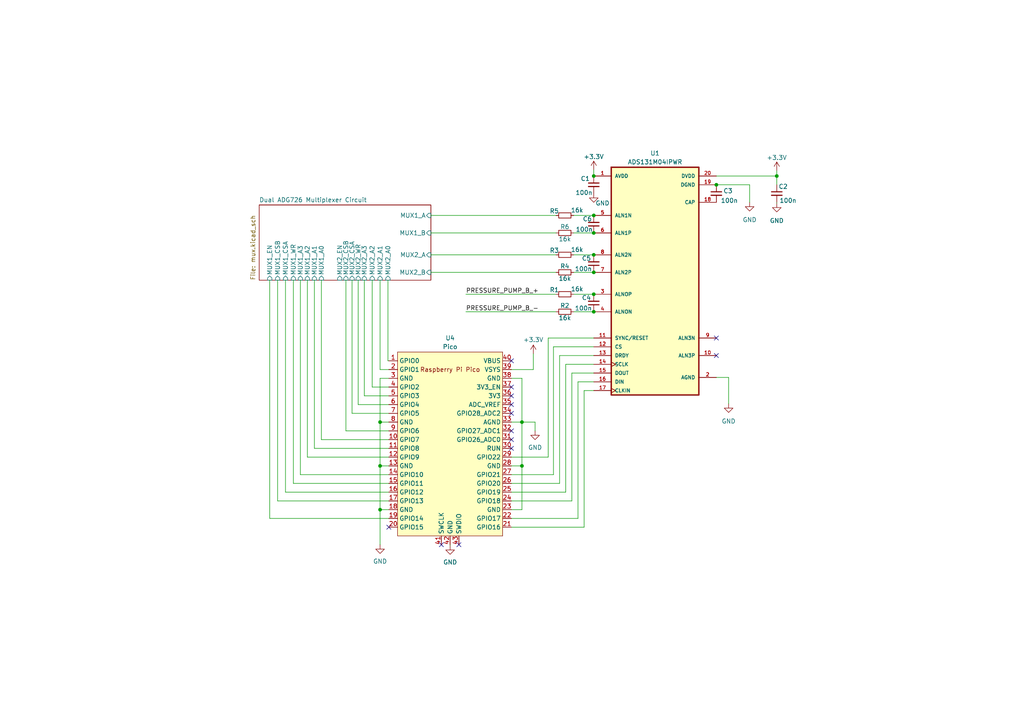
<source format=kicad_sch>
(kicad_sch (version 20230121) (generator eeschema)
  (paper "A4")
  (title_block (title "Zbiornik Ciśnieniowy PKM") (company "Mateusz Klisiewicz"))
  (lib_symbols
    (symbol "ADS131M04IPWR:ADS131M04IPWR" (pin_names (offset 1.016))
      (property "Reference" "U1" (at 0 37.084 0))
      (property "Value" "ADS131M04IPWR" (at 0 34.544 0))
      (symbol "ADS131M04IPWR_0_0"
        (rectangle (start -12.7 33.02) (end 12.7 -33.02) (stroke (width 0.41)) (fill (type background)))
        (pin power_in line (at -17.78 30.48 0) (length 5.08) (name "AVDD") (number "1"))
        (pin bidirectional line (at 17.78 -21.59 180) (length 5.08) (name "ALN3P") (number "10"))
        (pin bidirectional line (at -17.78 -16.51 0) (length 5.08) (name "SYNC/RESET") (number "11"))
        (pin bidirectional line (at -17.78 -19.05 0) (length 5.08) (name "CS") (number "12"))
        (pin bidirectional line (at -17.78 -21.59 0) (length 5.08) (name "DRDY") (number "13"))
        (pin input clock (at -17.78 -24.13 0) (length 5.08) (name "SCLK") (number "14"))
        (pin output line (at -17.78 -26.67 0) (length 5.08) (name "DOUT") (number "15"))
        (pin input line (at -17.78 -29.21 0) (length 5.08) (name "DIN") (number "16"))
        (pin input clock (at -17.78 -31.75 0) (length 5.08) (name "CLKIN") (number "17"))
        (pin bidirectional line (at 17.78 22.86 180) (length 5.08) (name "CAP") (number "18"))
        (pin power_in line (at 17.78 27.94 180) (length 5.08) (name "DGND") (number "19"))
        (pin power_in line (at 17.78 -27.94 180) (length 5.08) (name "AGND") (number "2"))
        (pin power_in line (at 17.78 30.48 180) (length 5.08) (name "DVDD") (number "20"))
        (pin bidirectional line (at -17.78 -3.81 0) (length 5.08) (name "ALNOP") (number "3"))
        (pin bidirectional line (at -17.78 -8.89 0) (length 5.08) (name "ALNON") (number "4"))
        (pin bidirectional line (at -17.78 19.05 0) (length 5.08) (name "ALN1N") (number "5"))
        (pin bidirectional line (at -17.78 13.97 0) (length 5.08) (name "ALN1P") (number "6"))
        (pin bidirectional line (at -17.78 2.54 0) (length 5.08) (name "ALN2P") (number "7"))
        (pin bidirectional line (at -17.78 7.62 0) (length 5.08) (name "ALN2N") (number "8"))
        (pin bidirectional line (at 17.78 -16.51 180) (length 5.08) (name "ALN3N") (number "9"))
      )
    )
    (symbol "Device:C_Small" (pin_numbers hide) (pin_names (offset 0.254) hide)
      (property "Reference" "C" (at 0.254 1.778 0))
      (property "Value" "C_Small" (at 0.254 -2.032 0))
      (symbol "C_Small_0_1"
        (polyline (pts (xy -1.524 -0.508) (xy 1.524 -0.508)) (stroke (width 0.3302)))
        (polyline (pts (xy -1.524 0.508) (xy 1.524 0.508)) (stroke (width 0.3048)))
      )
      (symbol "C_Small_1_1"
        (pin passive line (at 0 2.54 270) (length 2.032) (name "~") (number "1"))
        (pin passive line (at 0 -2.54 90) (length 2.032) (name "~") (number "2"))
      )
    )
    (symbol "Device:R_Small" (pin_numbers hide) (pin_names (offset 0.254) hide)
      (property "Reference" "R" (at 0.762 0.508 0))
      (property "Value" "R_Small" (at 0.762 -1.016 0))
      (symbol "R_Small_0_1"
        (rectangle (start -0.762 1.778) (end 0.762 -1.778) (stroke (width 0.2032)))
      )
      (symbol "R_Small_1_1"
        (pin passive line (at 0 2.54 270) (length 0.762) (name "~") (number "1"))
        (pin passive line (at 0 -2.54 90) (length 0.762) (name "~") (number "2"))
      )
    )
    (symbol "MCU_RaspberryPi_and_Boards:Pico"
      (property "Reference" "U" (at -13.97 27.94 0))
      (property "Value" "Pico" (at 0 19.05 0))
      (symbol "Pico_0_0"
        (text "Raspberry Pi Pico" (at 0 21.59 0) (effects (font (size 1.27 1.27))))
      )
      (symbol "Pico_0_1"
        (rectangle (start -15.24 26.67) (end 15.24 -26.67) (fill (type background)))
      )
      (symbol "Pico_1_1"
        (pin bidirectional line (at -17.78 24.13 0) (length 2.54) (name "GPIO0") (number "1"))
        (pin bidirectional line (at -17.78 1.27 0) (length 2.54) (name "GPIO7") (number "10"))
        (pin bidirectional line (at -17.78 -1.27 0) (length 2.54) (name "GPIO8") (number "11"))
        (pin bidirectional line (at -17.78 -3.81 0) (length 2.54) (name "GPIO9") (number "12"))
        (pin power_in line (at -17.78 -6.35 0) (length 2.54) (name "GND") (number "13"))
        (pin bidirectional line (at -17.78 -8.89 0) (length 2.54) (name "GPIO10") (number "14"))
        (pin bidirectional line (at -17.78 -11.43 0) (length 2.54) (name "GPIO11") (number "15"))
        (pin bidirectional line (at -17.78 -13.97 0) (length 2.54) (name "GPIO12") (number "16"))
        (pin bidirectional line (at -17.78 -16.51 0) (length 2.54) (name "GPIO13") (number "17"))
        (pin power_in line (at -17.78 -19.05 0) (length 2.54) (name "GND") (number "18"))
        (pin bidirectional line (at -17.78 -21.59 0) (length 2.54) (name "GPIO14") (number "19"))
        (pin bidirectional line (at -17.78 21.59 0) (length 2.54) (name "GPIO1") (number "2"))
        (pin bidirectional line (at -17.78 -24.13 0) (length 2.54) (name "GPIO15") (number "20"))
        (pin bidirectional line (at 17.78 -24.13 180) (length 2.54) (name "GPIO16") (number "21"))
        (pin bidirectional line (at 17.78 -21.59 180) (length 2.54) (name "GPIO17") (number "22"))
        (pin power_in line (at 17.78 -19.05 180) (length 2.54) (name "GND") (number "23"))
        (pin bidirectional line (at 17.78 -16.51 180) (length 2.54) (name "GPIO18") (number "24"))
        (pin bidirectional line (at 17.78 -13.97 180) (length 2.54) (name "GPIO19") (number "25"))
        (pin bidirectional line (at 17.78 -11.43 180) (length 2.54) (name "GPIO20") (number "26"))
        (pin bidirectional line (at 17.78 -8.89 180) (length 2.54) (name "GPIO21") (number "27"))
        (pin power_in line (at 17.78 -6.35 180) (length 2.54) (name "GND") (number "28"))
        (pin bidirectional line (at 17.78 -3.81 180) (length 2.54) (name "GPIO22") (number "29"))
        (pin power_in line (at -17.78 19.05 0) (length 2.54) (name "GND") (number "3"))
        (pin input line (at 17.78 -1.27 180) (length 2.54) (name "RUN") (number "30"))
        (pin bidirectional line (at 17.78 1.27 180) (length 2.54) (name "GPIO26_ADC0") (number "31"))
        (pin bidirectional line (at 17.78 3.81 180) (length 2.54) (name "GPIO27_ADC1") (number "32"))
        (pin power_in line (at 17.78 6.35 180) (length 2.54) (name "AGND") (number "33"))
        (pin bidirectional line (at 17.78 8.89 180) (length 2.54) (name "GPIO28_ADC2") (number "34"))
        (pin power_in line (at 17.78 11.43 180) (length 2.54) (name "ADC_VREF") (number "35"))
        (pin power_in line (at 17.78 13.97 180) (length 2.54) (name "3V3") (number "36"))
        (pin input line (at 17.78 16.51 180) (length 2.54) (name "3V3_EN") (number "37"))
        (pin bidirectional line (at 17.78 19.05 180) (length 2.54) (name "GND") (number "38"))
        (pin power_in line (at 17.78 21.59 180) (length 2.54) (name "VSYS") (number "39"))
        (pin bidirectional line (at -17.78 16.51 0) (length 2.54) (name "GPIO2") (number "4"))
        (pin power_in line (at 17.78 24.13 180) (length 2.54) (name "VBUS") (number "40"))
        (pin input line (at -2.54 -29.21 90) (length 2.54) (name "SWCLK") (number "41"))
        (pin power_in line (at 0 -29.21 90) (length 2.54) (name "GND") (number "42"))
        (pin bidirectional line (at 2.54 -29.21 90) (length 2.54) (name "SWDIO") (number "43"))
        (pin bidirectional line (at -17.78 13.97 0) (length 2.54) (name "GPIO3") (number "5"))
        (pin bidirectional line (at -17.78 11.43 0) (length 2.54) (name "GPIO4") (number "6"))
        (pin bidirectional line (at -17.78 8.89 0) (length 2.54) (name "GPIO5") (number "7"))
        (pin power_in line (at -17.78 6.35 0) (length 2.54) (name "GND") (number "8"))
        (pin bidirectional line (at -17.78 3.81 0) (length 2.54) (name "GPIO6") (number "9"))
      )
    )
    (symbol "power:+3.3V" (power) (pin_names (offset 0))
      (property "Value" "+3.3V" (at 0 3.556 0))
      (symbol "+3.3V_0_1"
        (polyline (pts (xy -0.762 1.27) (xy 0 2.54)))
        (polyline (pts (xy 0 0) (xy 0 2.54)))
        (polyline (pts (xy 0 2.54) (xy 0.762 1.27)))
      )
      (symbol "+3.3V_1_1"
        (pin power_in line (at 0 0 90) (length 0) hide (name "+3.3V") (number "1"))
      )
    )
    (symbol "power:GND" (power) (pin_names (offset 0))
      (property "Value" "GND" (at 0 -3.81 0))
      (symbol "GND_0_1"
        (polyline (pts (xy 0 0) (xy 0 -1.27) (xy 1.27 -1.27) (xy 0 -2.54) (xy -1.27 -1.27) (xy 0 -1.27)))
      )
      (symbol "GND_1_1"
        (pin power_in line (at 0 0 270) (length 0) hide (name "GND") (number "1"))
      )
    )
  )
  (junction (at 110.236 122.428))
  (junction (at 151.384 135.128))
  (junction (at 172.212 78.994))
  (junction (at 151.384 122.428))
  (junction (at 172.212 62.484))
  (junction (at 207.772 53.594))
  (junction (at 172.212 85.344))
  (junction (at 225.298 51.054))
  (junction (at 172.212 51.054))
  (junction (at 172.212 73.914))
  (junction (at 172.212 67.564))
  (junction (at 110.236 147.828))
  (junction (at 110.236 135.128))
  (junction (at 172.212 90.424))
  (no_connect (at 148.336 112.268))
  (no_connect (at 148.336 124.968))
  (no_connect (at 148.336 117.348))
  (no_connect (at 112.776 152.908))
  (no_connect (at 207.772 98.044))
  (no_connect (at 207.772 103.124))
  (no_connect (at 133.096 157.988))
  (no_connect (at 148.336 119.888))
  (no_connect (at 148.336 130.048))
  (no_connect (at 148.336 114.808))
  (no_connect (at 148.336 127.508))
  (no_connect (at 128.016 157.988))
  (no_connect (at 148.336 104.648))
  (wire (pts (xy 110.236 135.128) (xy 110.236 147.828)))
  (wire (pts (xy 110.236 122.428) (xy 112.776 122.428)))
  (wire (pts (xy 172.212 103.124) (xy 162.306 103.124)))
  (wire (pts (xy 105.664 81.28) (xy 105.664 114.808)))
  (wire (pts (xy 154.686 107.188) (xy 148.336 107.188)))
  (wire (pts (xy 102.108 119.888) (xy 112.776 119.888)))
  (wire (pts (xy 172.212 105.664) (xy 164.084 105.664)))
  (wire (pts (xy 166.37 78.994) (xy 172.212 78.994)))
  (wire (pts (xy 166.37 73.914) (xy 172.212 73.914)))
  (wire (pts (xy 207.772 51.054) (xy 225.298 51.054)))
  (wire (pts (xy 110.236 109.728) (xy 110.236 122.428)))
  (wire (pts (xy 103.886 81.28) (xy 103.886 117.348)))
  (wire (pts (xy 225.298 49.53) (xy 225.298 51.054)))
  (wire (pts (xy 167.64 110.744) (xy 167.64 150.368)))
  (wire (pts (xy 160.528 100.584) (xy 160.528 137.668)))
  (wire (pts (xy 135.128 85.344) (xy 161.29 85.344)))
  (wire (pts (xy 166.37 62.484) (xy 172.212 62.484)))
  (wire (pts (xy 102.108 81.28) (xy 102.108 119.888)))
  (wire (pts (xy 148.336 135.128) (xy 151.384 135.128)))
  (wire (pts (xy 159.004 132.588) (xy 159.004 98.044)))
  (wire (pts (xy 225.298 53.594) (xy 225.298 51.054)))
  (wire (pts (xy 167.64 150.368) (xy 148.336 150.368)))
  (wire (pts (xy 110.236 157.988) (xy 110.236 147.828)))
  (wire (pts (xy 93.218 127.508) (xy 112.776 127.508)))
  (wire (pts (xy 110.236 122.428) (xy 110.236 135.128)))
  (wire (pts (xy 124.968 67.564) (xy 161.29 67.564)))
  (wire (pts (xy 151.384 109.728) (xy 151.384 122.428)))
  (wire (pts (xy 124.968 62.484) (xy 161.29 62.484)))
  (wire (pts (xy 151.384 122.428) (xy 151.384 135.128)))
  (wire (pts (xy 89.154 81.28) (xy 89.154 132.588)))
  (wire (pts (xy 82.804 81.28) (xy 82.804 142.748)))
  (wire (pts (xy 87.122 81.28) (xy 87.122 137.668)))
  (wire (pts (xy 151.384 147.828) (xy 148.336 147.828)))
  (wire (pts (xy 169.418 113.284) (xy 169.418 152.908)))
  (wire (pts (xy 89.154 132.588) (xy 112.776 132.588)))
  (wire (pts (xy 93.218 81.28) (xy 93.218 127.508)))
  (wire (pts (xy 211.328 109.474) (xy 207.772 109.474)))
  (wire (pts (xy 166.37 67.564) (xy 172.212 67.564)))
  (wire (pts (xy 148.336 137.668) (xy 160.528 137.668)))
  (wire (pts (xy 80.518 81.28) (xy 80.518 145.288)))
  (wire (pts (xy 91.186 130.048) (xy 112.776 130.048)))
  (wire (pts (xy 85.09 140.208) (xy 112.776 140.208)))
  (wire (pts (xy 172.212 100.584) (xy 160.528 100.584)))
  (wire (pts (xy 78.232 81.28) (xy 78.232 150.368)))
  (wire (pts (xy 162.306 103.124) (xy 162.306 140.208)))
  (wire (pts (xy 162.306 140.208) (xy 148.336 140.208)))
  (wire (pts (xy 91.186 81.28) (xy 91.186 130.048)))
  (wire (pts (xy 166.37 85.344) (xy 172.212 85.344)))
  (wire (pts (xy 85.09 81.28) (xy 85.09 140.208)))
  (wire (pts (xy 112.776 135.128) (xy 110.236 135.128)))
  (wire (pts (xy 105.664 114.808) (xy 112.776 114.808)))
  (wire (pts (xy 148.336 122.428) (xy 151.384 122.428)))
  (wire (pts (xy 172.212 110.744) (xy 167.64 110.744)))
  (wire (pts (xy 151.384 122.428) (xy 155.194 122.428)))
  (wire (pts (xy 207.772 53.594) (xy 217.424 53.594)))
  (wire (pts (xy 164.084 142.748) (xy 148.336 142.748)))
  (wire (pts (xy 165.862 108.204) (xy 165.862 145.288)))
  (wire (pts (xy 148.336 145.288) (xy 165.862 145.288)))
  (wire (pts (xy 211.328 117.094) (xy 211.328 109.474)))
  (wire (pts (xy 154.686 102.616) (xy 154.686 107.188)))
  (wire (pts (xy 103.886 117.348) (xy 112.776 117.348)))
  (wire (pts (xy 155.194 122.428) (xy 155.194 124.968)))
  (wire (pts (xy 100.33 124.968) (xy 112.776 124.968)))
  (wire (pts (xy 112.776 147.828) (xy 110.236 147.828)))
  (wire (pts (xy 110.236 81.28) (xy 110.236 107.188)))
  (wire (pts (xy 78.232 150.368) (xy 112.776 150.368)))
  (wire (pts (xy 172.212 108.204) (xy 165.862 108.204)))
  (wire (pts (xy 159.004 98.044) (xy 172.212 98.044)))
  (wire (pts (xy 135.128 90.424) (xy 161.29 90.424)))
  (wire (pts (xy 169.418 152.908) (xy 148.336 152.908)))
  (wire (pts (xy 124.968 73.914) (xy 161.29 73.914)))
  (wire (pts (xy 110.236 109.728) (xy 112.776 109.728)))
  (wire (pts (xy 124.968 78.994) (xy 161.29 78.994)))
  (wire (pts (xy 82.804 142.748) (xy 112.776 142.748)))
  (wire (pts (xy 80.518 145.288) (xy 112.776 145.288)))
  (wire (pts (xy 172.212 49.276) (xy 172.212 51.054)))
  (wire (pts (xy 110.236 107.188) (xy 112.776 107.188)))
  (wire (pts (xy 151.384 135.128) (xy 151.384 147.828)))
  (wire (pts (xy 100.33 81.28) (xy 100.33 124.968)))
  (wire (pts (xy 217.424 58.674) (xy 217.424 53.594)))
  (wire (pts (xy 107.95 81.28) (xy 107.95 112.268)))
  (wire (pts (xy 107.95 112.268) (xy 112.776 112.268)))
  (wire (pts (xy 148.336 109.728) (xy 151.384 109.728)))
  (wire (pts (xy 166.37 90.424) (xy 172.212 90.424)))
  (wire (pts (xy 112.522 104.648) (xy 112.776 104.648)))
  (wire (pts (xy 112.522 81.28) (xy 112.522 104.648)))
  (wire (pts (xy 130.556 158.242) (xy 130.556 157.988)))
  (wire (pts (xy 87.122 137.668) (xy 112.776 137.668)))
  (wire (pts (xy 164.084 105.664) (xy 164.084 142.748)))
  (wire (pts (xy 172.212 113.284) (xy 169.418 113.284)))
  (wire (pts (xy 225.298 58.674) (xy 225.298 58.928)))
  (wire (pts (xy 148.336 132.588) (xy 159.004 132.588)))
  (label "PRESSURE_PUMP_B_-" (at 135.128 90.424 0))
  (label "PRESSURE_PUMP_B_+" (at 135.128 85.344 0))
  (symbol (lib_id "Device:R_Small") (at 163.83 73.914 90) (unit 1)
    (property "Reference" "R3" (at 160.782 72.644 90))
    (property "Value" "16k" (at 167.386 72.39 90))
  )
  (symbol (lib_id "power:+3.3V") (at 225.298 49.53 0) (unit 1)
    (property "Reference" "#PWR03" (effects hide))
    (property "Value" "+3.3V" (at 225.298 45.72 0))
  )
  (symbol (lib_id "MCU_RaspberryPi_and_Boards:Pico") (at 130.556 128.778 0) (unit 1)
    (property "Reference" "U4" (at 130.556 98.044 0))
    (property "Value" "Pico" (at 130.556 100.584 0))
    (property "Footprint" "RPi_Pico:RPi_Pico_SMD_TH" (effects hide))
  )
  (symbol (lib_id "power:+3.3V") (at 172.212 49.276 0) (unit 1)
    (property "Reference" "#PWR04" (effects hide))
    (property "Value" "+3.3V" (at 172.212 45.466 0))
  )
  (symbol (lib_id "power:GND") (at 217.424 58.674 0) (unit 1)
    (property "Reference" "#PWR05" (effects hide))
    (property "Value" "GND" (at 217.424 63.754 0))
  )
  (symbol (lib_id "Device:R_Small") (at 163.83 85.344 90) (unit 1)
    (property "Reference" "R1" (at 160.782 84.074 90))
    (property "Value" "16k" (at 167.386 83.82 90))
  )
  (symbol (lib_id "power:GND") (at 211.328 117.094 0) (unit 1)
    (property "Reference" "#PWR06" (effects hide))
    (property "Value" "GND" (at 211.328 122.174 0))
  )
  (symbol (lib_id "Device:R_Small") (at 163.83 67.564 90) (unit 1)
    (property "Reference" "R6" (at 163.83 65.786 90))
    (property "Value" "16k" (at 163.83 69.342 90))
  )
  (symbol (lib_id "power:GND") (at 155.194 124.968 0) (unit 1)
    (property "Reference" "#PWR012" (effects hide))
    (property "Value" "GND" (at 155.194 129.794 0))
  )
  (symbol (lib_id "Device:C_Small") (at 225.298 56.134 0) (unit 1)
    (property "Reference" "C2" (at 225.806 54.102 0) (effects (justify left)))
    (property "Value" "100n" (at 226.06 58.166 0) (effects (justify left)))
  )
  (symbol (lib_id "Device:C_Small") (at 172.212 87.884 180) (unit 1)
    (property "Reference" "C4" (at 171.45 86.36 0) (effects (justify left)))
    (property "Value" "100n" (at 171.704 89.408 0) (effects (justify left)))
  )
  (symbol (lib_id "Device:C_Small") (at 207.772 56.134 0) (unit 1)
    (property "Reference" "C3" (at 209.804 55.372 0) (effects (justify left)))
    (property "Value" "100n" (at 209.042 58.166 0) (effects (justify left)))
  )
  (symbol (lib_id "power:GND") (at 172.212 56.134 0) (unit 1)
    (property "Reference" "#PWR01" (effects hide))
    (property "Value" "GND" (at 174.752 58.928 0))
  )
  (symbol (lib_id "Device:C_Small") (at 172.212 65.024 180) (unit 1)
    (property "Reference" "C6" (at 171.704 63.5 0) (effects (justify left)))
    (property "Value" "100n" (at 171.958 66.548 0) (effects (justify left)))
  )
  (symbol (lib_id "power:GND") (at 130.556 158.242 0) (unit 1)
    (property "Reference" "#PWR014" (effects hide))
    (property "Value" "GND" (at 130.556 163.068 0))
  )
  (symbol (lib_id "Device:C_Small") (at 172.212 53.594 0) (unit 1)
    (property "Reference" "C1" (at 168.402 51.816 0) (effects (justify left)))
    (property "Value" "100n" (at 166.878 55.88 0) (effects (justify left)))
  )
  (symbol (lib_id "Device:R_Small") (at 163.83 90.424 90) (unit 1)
    (property "Reference" "R2" (at 163.83 88.646 90))
    (property "Value" "16k" (at 163.83 92.202 90))
  )
  (symbol (lib_id "power:+3.3V") (at 154.686 102.616 0) (unit 1)
    (property "Reference" "#PWR011" (effects hide))
    (property "Value" "+3.3V" (at 154.686 98.552 0))
  )
  (symbol (lib_id "Device:R_Small") (at 163.83 78.994 90) (unit 1)
    (property "Reference" "R4" (at 163.83 77.216 90))
    (property "Value" "16k" (at 163.83 80.772 90))
  )
  (symbol (lib_id "power:GND") (at 225.298 58.928 0) (unit 1)
    (property "Reference" "#PWR02" (effects hide))
    (property "Value" "GND" (at 225.298 64.008 0))
  )
  (symbol (lib_id "power:GND") (at 110.236 157.988 0) (unit 1)
    (property "Reference" "#PWR013" (effects hide))
    (property "Value" "GND" (at 110.236 162.814 0))
  )
  (symbol (lib_id "ADS131M04IPWR:ADS131M04IPWR") (at 189.992 81.534 0) (unit 1)
    (property "Reference" "U1" (at 189.992 44.45 0))
    (property "Value" "ADS131M04IPWR" (at 189.992 46.99 0))
    (property "Footprint" "ADS131M04IPWR:SOP65P640X120-20N" (effects hide))
    (property "MF" "Texas Instruments" (effects hide))
    (property "Description" "\nFour-channel, 24-bit, 64-kSPS, simultaneous-sampling, delta-sigma ADC\n" (effects hide))
    (property "Package" "TSSOP-20 Texas Instruments" (effects hide))
    (property "Price" "None" (effects hide))
    (property "SnapEDA_Link" "https://www.snapeda.com/parts/ADS131M04IPWR/Texas+Instruments/view-part/?ref=snap" (effects hide))
    (property "MP" "ADS131M04IPWR" (effects hide))
    (property "Purchase-URL" "https://www.snapeda.com/api/url_track_click_mouser/?unipart_id=4593278&manufacturer=Texas Instruments&part_name=ADS131M04IPWR&search_term=None" (effects hide))
    (property "Availability" "In Stock" (effects hide))
    (property "Check_prices" "https://www.snapeda.com/parts/ADS131M04IPWR/Texas+Instruments/view-part/?ref=eda" (effects hide))
  )
  (symbol (lib_id "Device:C_Small") (at 172.212 76.454 180) (unit 1)
    (property "Reference" "C5" (at 171.45 74.93 0) (effects (justify left)))
    (property "Value" "100n" (at 171.704 77.978 0) (effects (justify left)))
  )
  (symbol (lib_id "Device:R_Small") (at 163.83 62.484 90) (unit 1)
    (property "Reference" "R5" (at 160.782 61.214 90))
    (property "Value" "16k" (at 167.386 60.96 90))
  )
  (sheet (at 75.184 59.436) (size 49.784 21.844) (stroke (width 0.1524))
    (property "Sheetname" "Dual ADG726 Multiplexer Circuit" (at 75.184 58.7244 0) (effects (justify left bottom)))
    (property "Sheetfile" "mux.kicad_sch" (at 72.644 81.28 90) (effects (justify left top)))
    (pin "MUX1_B" input (at 124.968 67.564 0))
    (pin "MUX1_A" input (at 124.968 62.484 0))
    (pin "MUX2_A" input (at 124.968 73.914 0))
    (pin "MUX2_B" input (at 124.968 78.994 0))
    (pin "MUX2_CSB" input (at 100.33 81.28 270))
    (pin "MUX2_EN" input (at 98.552 81.28 270))
    (pin "MUX2_CSA" input (at 102.108 81.28 270))
    (pin "MUX2_WR" input (at 103.886 81.28 270))
    (pin "MUX2_A0" input (at 112.522 81.28 270))
    (pin "MUX2_A2" input (at 107.95 81.28 270))
    (pin "MUX2_A1" input (at 110.236 81.28 270))
    (pin "MUX2_A3" input (at 105.664 81.28 270))
    (pin "MUX1_A2" input (at 89.154 81.28 270))
    (pin "MUX1_A0" input (at 93.218 81.28 270))
    (pin "MUX1_A1" input (at 91.186 81.28 270))
    (pin "MUX1_A3" input (at 87.122 81.28 270))
    (pin "MUX1_EN" input (at 78.232 81.28 270))
    (pin "MUX1_WR" input (at 85.09 81.28 270))
    (pin "MUX1_CSB" input (at 80.518 81.28 270))
    (pin "MUX1_CSA" input (at 82.804 81.28 270))
  )
)
</source>
